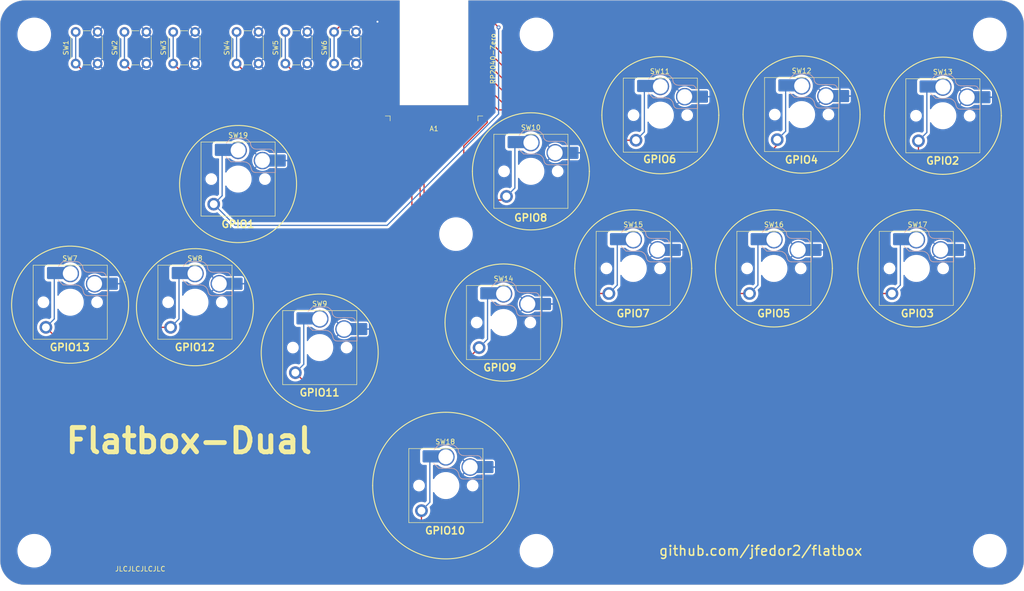
<source format=kicad_pcb>
(kicad_pcb (version 20221018) (generator pcbnew)
  (layers (0 "F.Cu" signal) (31 "B.Cu" signal) (34 "B.Paste" user) (35 "F.Paste" user) (36 "B.SilkS" user "B.Silkscreen") (37 "F.SilkS" user "F.Silkscreen") (38 "B.Mask" user) (39 "F.Mask" user) (44 "Edge.Cuts" user))
  (net 0 "")
  (net 1 "GND")
  (net 2 "LEFT")
  (net 3 "DOWN")
  (net 4 "RIGHT")
  (net 5 "UP")
  (net 6 "L1")
  (net 7 "R1")
  (net 8 "TRIANGLE")
  (net 9 "SQUARE")
  (net 10 "CIRCLE")
  (net 11 "CROSS")
  (net 12 "R2")
  (net 13 "L2")
  (net 14 "OPT1")
  (net 15 "OPT2")
  (net 16 "OPT3")
  (net 17 "OPT4")
  (net 18 "OPT5")
  (net 19 "OPT6")
  (net 23 "UP\\action")
  (footprint "PCM_Switch_Keyboard_Hotswap_Kailh:SW_Hotswap_Kailh_Choc_V1V2_Plated" (layer "F.Cu") (at 79.96535 91.98315)
    (fp_text reference "SW8")
    (fp_text value "SW_Push")
  )
  (footprint "PCM_Switch_Keyboard_Hotswap_Kailh:SW_Hotswap_Kailh_Choc_V1V2_Plated" (layer "F.Cu") (at 105.551488 101.29307)
    (fp_text reference "SW9")
    (fp_text value "SW_Push")
  )
  (footprint "PCM_Switch_Keyboard_Hotswap_Kailh:SW_Hotswap_Kailh_Choc_V1V2_Plated" (layer "F.Cu") (at 131.42 129.62)
    (fp_text reference "SW18")
    (fp_text value "SW_Push")
  )
  (footprint "PCM_Switch_Keyboard_Hotswap_Kailh:SW_Hotswap_Kailh_Choc_V1V2_Plated" (layer "F.Cu") (at 148.86 65.11)
    (fp_text reference "SW10")
    (fp_text value "SW_Push")
  )
  (footprint "PCM_Switch_Keyboard_Hotswap_Kailh:SW_Hotswap_Kailh_Choc_V1V2_Plated" (layer "F.Cu") (at 175.42 53.58)
    (fp_text reference "SW11")
    (fp_text value "SW_Push")
  )
  (footprint "PCM_Switch_Keyboard_Hotswap_Kailh:SW_Hotswap_Kailh_Choc_V1V2_Plated" (layer "F.Cu") (at 204.39 53.46)
    (fp_text reference "SW12")
    (fp_text value "SW_Push")
  )
  (footprint "PCM_Switch_Keyboard_Hotswap_Kailh:SW_Hotswap_Kailh_Choc_V1V2_Plated" (layer "F.Cu") (at 233.36 53.7)
    (fp_text reference "SW13")
    (fp_text value "SW_Push")
  )
  (footprint "PCM_Switch_Keyboard_Hotswap_Kailh:SW_Hotswap_Kailh_Choc_V1V2_Plated" (layer "F.Cu") (at 143.25 96.15)
    (fp_text reference "SW14")
    (fp_text value "SW_Push")
  )
  (footprint "PCM_Switch_Keyboard_Hotswap_Kailh:SW_Hotswap_Kailh_Choc_V1V2_Plated" (layer "F.Cu") (at 169.86 85.04)
    (fp_text reference "SW15")
    (fp_text value "SW_Push")
  )
  (footprint "PCM_Switch_Keyboard_Hotswap_Kailh:SW_Hotswap_Kailh_Choc_V1V2_Plated" (layer "F.Cu") (at 198.71 85.04)
    (fp_text reference "SW16")
    (fp_text value "SW_Push")
  )
  (footprint "PCM_Switch_Keyboard_Hotswap_Kailh:SW_Hotswap_Kailh_Choc_V1V2_Plated" (layer "F.Cu") (at 227.92 85.04)
    (fp_text reference "SW17")
    (fp_text value "SW_Push")
  )
  (footprint "MountingHole:MountingHole_6.4mm_M6" (layer "F.Cu") (at 47 37)
    (fp_text reference "H1" hide)
    (fp_text value "MountingHole")
  )
  (footprint "MountingHole:MountingHole_6.4mm_M6" (layer "F.Cu") (at 47 143)
    (fp_text reference "H4" hide)
    (fp_text value "MountingHole")
  )
  (footprint "MountingHole:MountingHole_6.4mm_M6" (layer "F.Cu") (at 243 143)
    (fp_text reference "H6" hide)
    (fp_text value "MountingHole")
  )
  (footprint "MountingHole:MountingHole_6.4mm_M6" (layer "F.Cu") (at 243 37)
    (fp_text reference "H3" hide)
    (fp_text value "MountingHole")
  )
  (footprint "PCM_Switch_Keyboard_Hotswap_Kailh:SW_Hotswap_Kailh_Choc_V1V2_Plated" (layer "F.Cu") (at 54.385121 91.98315)
    (fp_text reference "SW7")
    (fp_text value "SW_Push")
  )
  (footprint "MountingHole:MountingHole_6.4mm_M6" (layer "F.Cu") (at 150 37)
    (fp_text reference "H2" hide)
    (fp_text value "MountingHole")
  )
  (footprint "Button_Switch_THT:SW_PUSH_6mm_H5mm" (layer "F.Cu") (at 88.5 43 90)
    (fp_text reference "SW4")
    (fp_text value "SW_Push")
  )
  (footprint "Button_Switch_THT:SW_PUSH_6mm_H5mm" (layer "F.Cu") (at 65.5 43 90)
    (fp_text reference "SW2")
    (fp_text value "SW_Push")
  )
  (footprint "Button_Switch_THT:SW_PUSH_6mm_H5mm" (layer "F.Cu") (at 98.5 43 90)
    (fp_text reference "SW5")
    (fp_text value "SW_Push")
  )
  (footprint "Button_Switch_THT:SW_PUSH_6mm_H5mm" (layer "F.Cu") (at 55.5 43 90)
    (fp_text reference "SW1")
    (fp_text value "SW_Push")
  )
  (footprint "Button_Switch_THT:SW_PUSH_6mm_H5mm" (layer "F.Cu") (at 75.5 43 90)
    (fp_text reference "SW3")
    (fp_text value "SW_Push")
  )
  (footprint "Button_Switch_THT:SW_PUSH_6mm_H5mm" (layer "F.Cu") (at 108.5 43 90)
    (fp_text reference "SW6")
    (fp_text value "SW_Push")
  )
  (footprint "MountingHole:MountingHole_6.4mm_M6" (layer "F.Cu") (at 133.5 78)
    (fp_text reference "H7" hide)
    (fp_text value "MountingHole")
  )
  (footprint "MountingHole:MountingHole_6.4mm_M6" (layer "F.Cu") (at 150 143)
    (fp_text reference "H5" hide)
    (fp_text value "MountingHole")
  )
  (footprint "RP2040-Zero:RP2040-Zero" (layer "F.Cu") (at 129 42)
    (fp_text reference "A1")
    (fp_text value "RP2040-Zero")
  )
  (footprint "PCM_Switch_Keyboard_Hotswap_Kailh:SW_Hotswap_Kailh_Choc_V1V2_Plated" (layer "F.Cu") (at 88.811691 66.698889)
    (fp_text reference "SW19")
    (fp_text value "SW_Push")
  )
  (gr_line (start 216.382567 53.463258) (end 216.382567 53.463258) (stroke (width 0.2)) (layer "F.SilkS"))
  (gr_line (start 245.355098 53.699766) (end 245.355098 53.699766) (stroke (width 0.2)) (layer "F.SilkS"))
  (gr_curve (pts (xy 68.689181 88.90075) (xy 70.158811 84.862974) (xy 73.665117 81.913834) (xy 77.887306 81.164244)) (stroke (width 0.2)) (layer "F.SilkS"))
  (gr_curve (pts (xy 89.158672 85.266686) (xy 91.911229 88.554874) (xy 92.701546 93.067857) (xy 91.231914 97.105635)) (stroke (width 0.2)) (layer "F.SilkS"))
  (gr_curve (pts (xy 181.412661 63.9974) (xy 177.701476 66.145857) (xy 173.129108 66.145857) (xy 169.417923 63.9974)) (stroke (width 0.2)) (layer "F.SilkS"))
  (gr_curve (pts (xy 233.918028 74.621539) (xy 237.629213 76.769996) (xy 239.915397 80.740507) (xy 239.915397 85.037421)) (stroke (width 0.2)) (layer "F.SilkS"))
  (gr_line (start 187.41003 53.581518) (end 187.41003 53.581518) (stroke (width 0.2)) (layer "F.SilkS"))
  (gr_curve (pts (xy 233.918028 95.453303) (xy 230.206843 97.601759) (xy 225.634475 97.601759) (xy 221.92329 95.453303)) (stroke (width 0.2)) (layer "F.SilkS"))
  (gr_curve (pts (xy 123.913745 142.649412) (xy 119.271238 139.9618) (xy 116.411337 134.994889) (xy 116.411337 129.619665)) (stroke (width 0.2)) (layer "F.SilkS"))
  (gr_curve (pts (xy 204.70893 95.453303) (xy 200.997745 97.601759) (xy 196.425377 97.601759) (xy 192.714192 95.453303)) (stroke (width 0.2)) (layer "F.SilkS"))
  (gr_curve (pts (xy 192.714192 74.621539) (xy 196.425377 72.473082) (xy 200.997745 72.473082) (xy 204.70893 74.621539)) (stroke (width 0.2)) (layer "F.SilkS"))
  (gr_curve (pts (xy 239.915397 85.037421) (xy 239.915397 89.334334) (xy 237.629213 93.304846) (xy 233.918028 95.453303)) (stroke (width 0.2)) (layer "F.SilkS"))
  (gr_curve (pts (xy 142.865684 75.530868) (xy 139.154499 73.382411) (xy 136.868315 69.4119) (xy 136.868315 65.114986)) (stroke (width 0.2)) (layer "F.SilkS"))
  (gr_curve (pts (xy 210.706299 85.037421) (xy 210.706299 89.334334) (xy 208.420115 93.304846) (xy 204.70893 95.453303)) (stroke (width 0.2)) (layer "F.SilkS"))
  (gr_curve (pts (xy 210.385198 43.047376) (xy 214.096383 45.195832) (xy 216.382567 49.166344) (xy 216.382567 53.463258)) (stroke (width 0.2)) (layer "F.SilkS"))
  (gr_line (start 181.852021 85.037421) (end 181.852021 85.037421) (stroke (width 0.2)) (layer "F.SilkS"))
  (gr_curve (pts (xy 221.92329 95.453303) (xy 218.212105 93.304846) (xy 215.925921 89.334334) (xy 215.925921 85.037421)) (stroke (width 0.2)) (layer "F.SilkS"))
  (gr_curve (pts (xy 82.033789 104.842141) (xy 77.8116 105.591729) (xy 73.514981 104.027887) (xy 70.762423 100.739699)) (stroke (width 0.2)) (layer "F.SilkS"))
  (gr_curve (pts (xy 175.854652 95.453303) (xy 172.143467 97.601759) (xy 167.571099 97.601759) (xy 163.859914 95.453303)) (stroke (width 0.2)) (layer "F.SilkS"))
  (gr_line (start 239.915397 85.037421) (end 239.915397 85.037421) (stroke (width 0.2)) (layer "F.SilkS"))
  (gr_curve (pts (xy 186.716823 85.037421) (xy 186.716823 80.740507) (xy 189.003008 76.769996) (xy 192.714192 74.621539)) (stroke (width 0.2)) (layer "F.SilkS"))
  (gr_curve (pts (xy 138.918561 142.649412) (xy 134.276055 145.337024) (xy 128.556251 145.337024) (xy 123.913745 142.649412)) (stroke (width 0.2)) (layer "F.SilkS"))
  (gr_curve (pts (xy 169.417923 43.165636) (xy 173.129108 41.01718) (xy 177.701476 41.01718) (xy 181.412661 43.165636)) (stroke (width 0.2)) (layer "F.SilkS"))
  (gr_curve (pts (xy 63.55 84.75) (xy 66.302557 88.038189) (xy 67.092873 92.551171) (xy 65.623242 96.588949)) (stroke (width 0.2)) (layer "F.SilkS"))
  (gr_curve (pts (xy 245.355098 53.699766) (xy 245.355097 60.342218) (xy 239.98487 65.72699) (xy 233.36036 65.72699)) (stroke (width 0.2)) (layer "F.SilkS"))
  (gr_curve (pts (xy 160.857791 65.114986) (xy 160.857791 69.4119) (xy 158.571607 73.382411) (xy 154.860422 75.530868)) (stroke (width 0.2)) (layer "F.SilkS"))
  (gr_curve (pts (xy 52.278634 80.647558) (xy 56.500822 79.897969) (xy 60.797443 81.461811) (xy 63.55 84.75)) (stroke (width 0.2)) (layer "F.SilkS"))
  (gr_curve (pts (xy 131.255108 96.153426) (xy 131.255108 91.856513) (xy 133.541293 87.886001) (xy 137.252477 85.737546)) (stroke (width 0.2)) (layer "F.SilkS"))
  (gr_curve (pts (xy 192.393091 53.463258) (xy 192.393091 49.166344) (xy 194.679275 45.195832) (xy 198.39046 43.047376)) (stroke (width 0.2)) (layer "F.SilkS"))
  (gr_curve (pts (xy 107.626071 114.15697) (xy 103.403884 114.906559) (xy 99.107263 113.342717) (xy 96.354705 110.054529)) (stroke (width 0.2)) (layer "F.SilkS"))
  (gr_curve (pts (xy 94.281464 98.21558) (xy 95.751095 94.177801) (xy 99.257399 91.228663) (xy 103.479588 90.479074)) (stroke (width 0.2)) (layer "F.SilkS"))
  (gr_curve (pts (xy 137.252477 85.737546) (xy 140.963662 83.589088) (xy 145.53603 83.589088) (xy 149.247215 85.737546)) (stroke (width 0.2)) (layer "F.SilkS"))
  (gr_curve (pts (xy 154.860422 54.699104) (xy 158.571607 56.847561) (xy 160.857791 60.818073) (xy 160.857791 65.114986)) (stroke (width 0.2)) (layer "F.SilkS"))
  (gr_curve (pts (xy 98.005014 59.982425) (xy 100.757571 63.270615) (xy 101.547887 67.783597) (xy 100.078256 71.821374)) (stroke (width 0.2)) (layer "F.SilkS"))
  (gr_curve (pts (xy 221.92329 74.621539) (xy 225.634475 72.473082) (xy 230.206843 72.473082) (xy 233.918028 74.621539)) (stroke (width 0.2)) (layer "F.SilkS"))
  (gr_line (start 155.244584 96.153426) (end 155.244584 96.153426) (stroke (width 0.2)) (layer "F.SilkS"))
  (gr_curve (pts (xy 181.852021 85.037421) (xy 181.852021 89.334334) (xy 179.565837 93.304846) (xy 175.854652 95.453303)) (stroke (width 0.2)) (layer "F.SilkS"))
  (gr_curve (pts (xy 138.918561 116.589918) (xy 143.561067 119.277529) (xy 146.420969 124.244441) (xy 146.420969 129.619665)) (stroke (width 0.2)) (layer "F.SilkS"))
  (gr_curve (pts (xy 56.425117 104.325455) (xy 52.202929 105.075044) (xy 47.906309 103.511202) (xy 45.153751 100.223013)) (stroke (width 0.2)) (layer "F.SilkS"))
  (gr_curve (pts (xy 227.362991 43.283884) (xy 231.074176 41.135427) (xy 235.646544 41.135427) (xy 239.357729 43.283884)) (stroke (width 0.2)) (layer "F.SilkS"))
  (gr_curve (pts (xy 169.417923 63.9974) (xy 165.706739 61.848943) (xy 163.420555 57.878432) (xy 163.420555 53.581518)) (stroke (width 0.2)) (layer "F.SilkS"))
  (gr_curve (pts (xy 116.411337 129.619665) (xy 116.411337 124.244441) (xy 119.271238 119.277529) (xy 123.913745 116.589918)) (stroke (width 0.2)) (layer "F.SilkS"))
  (gr_line (start 160.857791 65.114986) (end 160.857791 65.114986) (stroke (width 0.2)) (layer "F.SilkS"))
  (gr_curve (pts (xy 149.247215 85.737546) (xy 152.9584 87.886001) (xy 155.244584 91.856513) (xy 155.244584 96.153426)) (stroke (width 0.2)) (layer "F.SilkS"))
  (gr_curve (pts (xy 215.925921 85.037421) (xy 215.925921 80.740507) (xy 218.212105 76.769996) (xy 221.92329 74.621539)) (stroke (width 0.2)) (layer "F.SilkS"))
  (gr_curve (pts (xy 163.859914 95.453303) (xy 160.148729 93.304846) (xy 157.862545 89.334334) (xy 157.862545 85.037421)) (stroke (width 0.2)) (layer "F.SilkS"))
  (gr_curve (pts (xy 181.412661 43.165636) (xy 185.123846 45.314093) (xy 187.41003 49.284605) (xy 187.41003 53.581518)) (stroke (width 0.2)) (layer "F.SilkS"))
  (gr_curve (pts (xy 163.859914 74.621539) (xy 167.571099 72.473082) (xy 172.143467 72.473082) (xy 175.854652 74.621539)) (stroke (width 0.2)) (layer "F.SilkS"))
  (gr_curve (pts (xy 239.357729 43.283884) (xy 243.068914 45.432341) (xy 245.355098 49.402853) (xy 245.355098 53.699766)) (stroke (width 0.2)) (layer "F.SilkS"))
  (gr_curve (pts (xy 65.623242 96.588949) (xy 64.153612 100.626724) (xy 60.647306 103.575866) (xy 56.425117 104.325455)) (stroke (width 0.2)) (layer "F.SilkS"))
  (gr_curve (pts (xy 163.420555 53.581518) (xy 163.420555 49.284605) (xy 165.706739 45.314093) (xy 169.417923 43.165636)) (stroke (width 0.2)) (layer "F.SilkS"))
  (gr_line (start 65.655028 87.79641) (end 65.655028 87.79641) (stroke (width 0.2)) (layer "F.SilkS"))
  (gr_curve (pts (xy 103.479588 90.479074) (xy 107.701777 89.729484) (xy 111.998397 91.293326) (xy 114.750954 94.581515)) (stroke (width 0.2)) (layer "F.SilkS"))
  (gr_curve (pts (xy 146.420969 129.619665) (xy 146.420969 134.994889) (xy 143.561067 139.9618) (xy 138.918561 142.649412)) (stroke (width 0.2)) (layer "F.SilkS"))
  (gr_curve (pts (xy 157.862545 85.037421) (xy 157.862545 80.740507) (xy 160.148729 76.769996) (xy 163.859914 74.621539)) (stroke (width 0.2)) (layer "F.SilkS"))
  (gr_curve (pts (xy 79.608765 75.455438) (xy 76.856207 72.167249) (xy 76.065891 67.654268) (xy 77.535523 63.616489)) (stroke (width 0.2)) (layer "F.SilkS"))
  (gr_curve (pts (xy 114.750954 94.581515) (xy 117.503512 97.869705) (xy 118.293828 102.382685) (xy 116.824196 106.420464)) (stroke (width 0.2)) (layer "F.SilkS"))
  (gr_curve (pts (xy 123.913745 116.589918) (xy 128.556251 113.902306) (xy 134.276055 113.902306) (xy 138.918561 116.589918)) (stroke (width 0.2)) (layer "F.SilkS"))
  (gr_curve (pts (xy 96.354705 110.054529) (xy 93.602148 106.766339) (xy 92.811834 102.253357) (xy 94.281464 98.21558)) (stroke (width 0.2)) (layer "F.SilkS"))
  (gr_curve (pts (xy 210.385198 63.879139) (xy 206.674013 66.027596) (xy 202.101645 66.027596) (xy 198.39046 63.879139)) (stroke (width 0.2)) (layer "F.SilkS"))
  (gr_curve (pts (xy 221.365622 53.699766) (xy 221.365622 49.402853) (xy 223.651806 45.432341) (xy 227.362991 43.283884)) (stroke (width 0.2)) (layer "F.SilkS"))
  (gr_curve (pts (xy 70.762423 100.739699) (xy 68.009866 97.45151) (xy 67.21955 92.938528) (xy 68.689181 88.90075)) (stroke (width 0.2)) (layer "F.SilkS"))
  (gr_curve (pts (xy 187.41003 53.581518) (xy 187.41003 57.878432) (xy 185.123846 61.848943) (xy 181.412661 63.9974)) (stroke (width 0.2)) (layer "F.SilkS"))
  (gr_curve (pts (xy 198.39046 63.879139) (xy 194.679275 61.730683) (xy 192.393091 57.760171) (xy 192.393091 53.463258)) (stroke (width 0.2)) (layer "F.SilkS"))
  (gr_curve (pts (xy 137.252477 106.569308) (xy 133.541293 104.420852) (xy 131.255108 100.45034) (xy 131.255108 96.153426)) (stroke (width 0.2)) (layer "F.SilkS"))
  (gr_curve (pts (xy 77.887306 81.164244) (xy 82.109494 80.414656) (xy 86.406114 81.978498) (xy 89.158672 85.266686)) (stroke (width 0.2)) (layer "F.SilkS"))
  (gr_curve (pts (xy 136.868315 65.114986) (xy 136.868315 60.818073) (xy 139.154499 56.847561) (xy 142.865684 54.699104)) (stroke (width 0.2)) (layer "F.SilkS"))
  (gr_curve (pts (xy 77.535523 63.616489) (xy 79.005153 59.578713) (xy 82.511459 56.629572) (xy 86.733648 55.879982)) (stroke (width 0.2)) (layer "F.SilkS"))
  (gr_curve (pts (xy 149.247215 106.569308) (xy 145.53603 108.717765) (xy 140.963662 108.717765) (xy 137.252477 106.569308)) (stroke (width 0.2)) (layer "F.SilkS"))
  (gr_curve (pts (xy 100.078256 71.821374) (xy 98.608625 75.859152) (xy 95.10232 78.808291) (xy 90.880131 79.55788)) (stroke (width 0.2)) (layer "F.SilkS"))
  (gr_curve (pts (xy 155.244584 96.153426) (xy 155.244584 100.45034) (xy 152.9584 104.420852) (xy 149.247215 106.569308)) (stroke (width 0.2)) (layer "F.SilkS"))
  (gr_curve (pts (xy 91.231914 97.105635) (xy 89.762283 101.143412) (xy 86.255978 104.092551) (xy 82.033789 104.842141)) (stroke (width 0.2)) (layer "F.SilkS"))
  (gr_curve (pts (xy 192.714192 95.453303) (xy 189.003008 93.304846) (xy 186.716823 89.334334) (xy 186.716823 85.037421)) (stroke (width 0.2)) (layer "F.SilkS"))
  (gr_curve (pts (xy 175.854652 74.621539) (xy 179.565837 76.769996) (xy 181.852021 80.740507) (xy 181.852021 85.037421)) (stroke (width 0.2)) (layer "F.SilkS"))
  (gr_curve (pts (xy 86.733648 55.879982) (xy 90.955835 55.130395) (xy 95.252456 56.694237) (xy 98.005014 59.982425)) (stroke (width 0.2)) (layer "F.SilkS"))
  (gr_curve (pts (xy 45.153751 100.223013) (xy 42.401193 96.934824) (xy 41.610878 92.421842) (xy 43.08051 88.384064)) (stroke (width 0.2)) (layer "F.SilkS"))
  (gr_curve (pts (xy 43.08051 88.384064) (xy 44.55014 84.346287) (xy 48.056445 81.397147) (xy 52.278634 80.647558)) (stroke (width 0.2)) (layer "F.SilkS"))
  (gr_line (start 146.420969 129.619665) (end 146.420969 129.619665) (stroke (width 0.2)) (layer "F.SilkS"))
  (gr_curve (pts (xy 116.824196 106.420464) (xy 115.354566 110.458241) (xy 111.84826 113.407381) (xy 107.626071 114.15697)) (stroke (width 0.2)) (layer "F.SilkS"))
  (gr_curve (pts (xy 233.36036 65.72699) (xy 226.73585 65.72699) (xy 221.365623 60.342218) (xy 221.365622 53.699766)) (stroke (width 0.2)) (layer "F.SilkS"))
  (gr_curve (pts (xy 154.860422 75.530868) (xy 151.149237 77.679325) (xy 146.576869 77.679325) (xy 142.865684 75.530868)) (stroke (width 0.2)) (layer "F.SilkS"))
  (gr_curve (pts (xy 90.880131 79.55788) (xy 86.657942 80.307469) (xy 82.361323 78.743628) (xy 79.608765 75.455438)) (stroke (width 0.2)) (layer "F.SilkS"))
  (gr_curve (pts (xy 204.70893 74.621539) (xy 208.420115 76.769996) (xy 210.706299 80.740507) (xy 210.706299 85.037421)) (stroke (width 0.2)) (layer "F.SilkS"))
  (gr_curve (pts (xy 198.39046 43.047376) (xy 202.101645 40.898919) (xy 206.674013 40.898919) (xy 210.385198 43.047376)) (stroke (width 0.2)) (layer "F.SilkS"))
  (gr_curve (pts (xy 216.382567 53.463258) (xy 216.382567 57.760171) (xy 214.096383 61.730683) (xy 210.385198 63.879139)) (stroke (width 0.2)) (layer "F.SilkS"))
  (gr_curve (pts (xy 142.865684 54.699104) (xy 146.576869 52.550648) (xy 151.149237 52.550648) (xy 154.860422 54.699104)) (stroke (width 0.2)) (layer "F.SilkS"))
  (gr_line (start 210.706299 85.037421) (end 210.706299 85.037421) (stroke (width 0.2)) (layer "F.SilkS"))
  (gr_line (start 250 35) (end 250 145) (stroke (width 0.05)) (layer "Edge.Cuts"))
  (gr_line (start 245 150) (end 45 150) (stroke (width 0.05)) (layer "Edge.Cuts"))
  (gr_line (start 40 145) (end 40 35) (stroke (width 0.05)) (layer "Edge.Cuts"))
  (gr_line (start 45 30) (end 122 30) (stroke (width 0.05)) (layer "Edge.Cuts"))
  (gr_line (start 136 30) (end 245 30) (stroke (width 0.05)) (layer "Edge.Cuts"))
  (gr_line (start 122 30) (end 122 51.5) (stroke (width 0.05)) (layer "Edge.Cuts"))
  (gr_arc (start 40 35) (mid 41.464466 31.464466) (end 45 30) (stroke (width 0.05)) (layer "Edge.Cuts"))
  (gr_line (start 136 51.5) (end 136 30) (stroke (width 0.05)) (layer "Edge.Cuts"))
  (gr_arc (start 45 150) (mid 41.464466 148.535534) (end 40 145) (stroke (width 0.05)) (layer "Edge.Cuts"))
  (gr_arc (start 250 145) (mid 248.535534 148.535534) (end 245 150) (stroke (width 0.05)) (layer "Edge.Cuts"))
  (gr_arc (start 245 30) (mid 248.535534 31.464466) (end 250 35) (stroke (width 0.05)) (layer "Edge.Cuts"))
  (gr_line (start 122 51.5) (end 136 51.5) (stroke (width 0.05)) (layer "Edge.Cuts"))
  (gr_text "JLCJLCJLCJLC" (at 63.5 147.32) (layer "F.SilkS") (effects (font (size 1 1)) (justify left bottom)))
  (gr_text "RP2040-Zero" (at 141.1 42 90) (layer "F.SilkS") (effects (font (size 1 1))))
  (gr_text "GPIO1\n" (at 85.229548 76.823889) (layer "F.SilkS") (effects (font (size 1.5 1.5) (thickness 0.3) bold) (justify left bottom)))
  (gr_text "\n\n\n\n" (at 82 143) (layer "F.SilkS") (effects (font (size 2 2) (thickness 0.3))))
  (gr_text "GPIO6" (at 171.727007 63.51327) (layer "F.SilkS") (effects (font (size 1.5 1.5) (thickness 0.3) bold) (justify left bottom)))
  (gr_text "GPIO4" (at 200.807857 63.617742) (layer "F.SilkS") (effects (font (size 1.5 1.5) (thickness 0.3) bold) (justify left bottom)))
  (gr_text "GPIO3" (at 224.581552 95.165) (layer "F.SilkS") (effects (font (size 1.5 1.5) (thickness 0.3) bold) (justify left bottom)))
  (gr_text "GPIO13" (at 50.016965 102.10815) (layer "F.SilkS") (effects (font (size 1.5 1.5) (thickness 0.3) bold) (justify left bottom)))
  (gr_text "github.com/jfedor2/flatbox" (at 196 143) (layer "F.SilkS") (effects (font (size 2 2) (thickness 0.3))))
  (gr_text "GPIO10\n" (at 127 139.745) (layer "F.SilkS") (effects (font (size 1.5 1.5) (thickness 0.3) bold) (justify left bottom)))
  (gr_text "GPIO7\n" (at 166.277857 95.165) (layer "F.SilkS") (effects (font (size 1.5 1.5) (thickness 0.3) bold) (justify left bottom)))
  (gr_text "GPIO2\n" (at 229.777857 63.825) (layer "F.SilkS") (effects (font (size 1.5 1.5) (thickness 0.3) bold) (justify left bottom)))
  (gr_text "GPIO5" (at 195.127857 95.165) (layer "F.SilkS") (effects (font (size 1.5 1.5) (thickness 0.3) bold) (justify left bottom)))
  (gr_text "GPIO9\n" (at 138.953572 106.275) (layer "F.SilkS") (effects (font (size 1.5 1.5) (thickness 0.3) bold) (justify left bottom)))
  (gr_text "Flatbox-Dual\n\n" (at 78.74 124.46) (layer "F.SilkS") (effects (font (size 5 5) (thickness 1))))
  (gr_text "GPIO8" (at 145.277857 75.527566) (layer "F.SilkS") (effects (font (size 1.5 1.5) (thickness 0.3) bold) (justify left bottom)))
  (gr_text "GPIO11" (at 101.25506 111.41807) (layer "F.SilkS") (effects (font (size 1.5 1.5) (thickness 0.3) bold) (justify left bottom)))
  (gr_text "GPIO12\n" (at 75.668922 102.10815) (layer "F.SilkS") (effects (font (size 1.5 1.5) (thickness 0.3) bold) (justify left bottom)))
  (segment (start 117.42 34.38) (end 117.4 34.4) (width 0.381) (layer "F.Cu") (net 1))
  (segment (start 119.84 34.38) (end 117.42 34.38) (width 0.381) (layer "F.Cu") (net 1))
  (via (at 117.4 34.4) (size 0.8) (drill 0.4) (layers "F.Cu" "B.Cu") (net 1))
  (segment (start 113.2 56.1) (end 108.7 51.6) (width 0.254) (layer "F.Cu") (net 2))
  (segment (start 63.5 101.6) (end 53.851971 101.6) (width 0.254) (layer "F.Cu") (net 2))
  (segment (start 77.15 51.6) (end 66.04 62.71) (width 0.254) (layer "F.Cu") (net 2))
  (segment (start 122.4 56.1) (end 113.2 56.1) (width 0.254) (layer "F.Cu") (net 2))
  (segment (start 53.851971 101.6) (end 49.385121 97.13315) (width 0.254) (layer "F.Cu") (net 2))
  (segment (start 66.04 62.71) (end 66.04 99.06) (width 0.254) (layer "F.Cu") (net 2))
  (segment (start 108.7 51.6) (end 77.15 51.6) (width 0.254) (layer "F.Cu") (net 2))
  (segment (start 66.04 99.06) (end 63.5 101.6) (width 0.254) (layer "F.Cu") (net 2))
  (segment (start 123.92 53.7) (end 123.92 54.58) (width 0.254) (layer "F.Cu") (net 2))
  (segment (start 123.92 54.58) (end 122.4 56.1) (width 0.254) (layer "F.Cu") (net 2))
  (segment (start 51.110121 86.03315) (end 51.110121 95.40815) (width 0.254) (layer "B.Cu") (net 2))
  (segment (start 51.110121 95.40815) (end 49.385121 97.13315) (width 0.254) (layer "B.Cu") (net 2))
  (segment (start 78.74 53.34) (end 68.58 63.5) (width 0.254) (layer "F.Cu") (net 3))
  (segment (start 123.3 57.7) (end 112.95 57.7) (width 0.254) (layer "F.Cu") (net 3))
  (segment (start 68.58 63.5) (end 68.58 93.98) (width 0.254) (layer "F.Cu") (net 3))
  (segment (start 68.58 93.98) (end 71.73315 97.13315) (width 0.254) (layer "F.Cu") (net 3))
  (segment (start 126.46 54.54) (end 123.3 57.7) (width 0.254) (layer "F.Cu") (net 3))
  (segment (start 71.73315 97.13315) (end 74.96535 97.13315) (width 0.254) (layer "F.Cu") (net 3))
  (segment (start 108.59 53.34) (end 78.74 53.34) (width 0.254) (layer "F.Cu") (net 3))
  (segment (start 112.95 57.7) (end 108.59 53.34) (width 0.254) (layer "F.Cu") (net 3))
  (segment (start 126.46 53.7) (end 126.46 54.54) (width 0.254) (layer "F.Cu") (net 3))
  (segment (start 76.69035 86.03315) (end 76.69035 95.40815) (width 0.254) (layer "B.Cu") (net 3))
  (segment (start 76.69035 95.40815) (end 74.96535 97.13315) (width 0.254) (layer "B.Cu") (net 3))
  (segment (start 129 54.5) (end 124.46 59.04) (width 0.254) (layer "F.Cu") (net 4))
  (segment (start 124.46 59.04) (end 124.46 101.6) (width 0.254) (layer "F.Cu") (net 4))
  (segment (start 105.868418 111.76) (end 100.551488 106.44307) (width 0.254) (layer "F.Cu") (net 4))
  (segment (start 124.46 101.6) (end 114.3 111.76) (width 0.254) (layer "F.Cu") (net 4))
  (segment (start 129 53.7) (end 129 54.5) (width 0.254) (layer "F.Cu") (net 4))
  (segment (start 114.3 111.76) (end 105.868418 111.76) (width 0.254) (layer "F.Cu") (net 4))
  (segment (start 102.276488 104.71807) (end 100.551488 106.44307) (width 0.254) (layer "B.Cu") (net 4))
  (segment (start 102.276488 95.34307) (end 102.276488 104.71807) (width 0.254) (layer "B.Cu") (net 4))
  (segment (start 126.14599 59.75401) (end 126.14599 102.80401) (width 0.254) (layer "F.Cu") (net 5))
  (segment (start 116.84 112.11) (end 116.84 139.7) (width 0.254) (layer "F.Cu") (net 5))
  (segment (start 124.7 142.24) (end 126.42 140.52) (width 0.254) (layer "F.Cu") (net 5))
  (segment (start 119.38 142.24) (end 124.46 142.24) (width 0.254) (layer "F.Cu") (net 5))
  (segment (start 131.54 53.7) (end 131.54 54.36) (width 0.254) (layer "F.Cu") (net 5))
  (segment (start 126.14599 102.80401) (end 116.84 112.11) (width 0.254) (layer "F.Cu") (net 5))
  (segment (start 126.42 140.52) (end 126.42 134.77) (width 0.254) (layer "F.Cu") (net 5))
  (segment (start 116.84 139.7) (end 119.38 142.24) (width 0.254) (layer "F.Cu") (net 5))
  (segment (start 131.54 54.36) (end 126.14599 59.75401) (width 0.254) (layer "F.Cu") (net 5))
  (segment (start 128.145 123.67) (end 128.145 133.045) (width 0.254) (layer "B.Cu") (net 5))
  (segment (start 128.145 133.045) (end 126.42 134.77) (width 0.254) (layer "B.Cu") (net 5))
  (segment (start 228.36 61.63) (end 228.36 58.85) (width 0.254) (layer "F.Cu") (net 6))
  (segment (start 226.49 63.5) (end 228.36 61.63) (width 0.254) (layer "F.Cu") (net 6))
  (segment (start 219.8 47.75) (end 219.8 61.55) (width 0.254) (layer "F.Cu") (net 6))
  (segment (start 138.92 36.92) (end 148.6 46.6) (width 0.254) (layer "F.Cu") (net 6))
  (segment (start 153.375 46.6) (end 161.575 38.4) (width 0.254) (layer "F.Cu") (net 6))
  (segment (start 161.575 38.4) (end 210.45 38.4) (width 0.254) (layer "F.Cu") (net 6))
  (segment (start 210.45 38.4) (end 219.8 47.75) (width 0.254) (layer "F.Cu") (net 6))
  (segment (start 221.75 63.5) (end 226.49 63.5) (width 0.254) (layer "F.Cu") (net 6))
  (segment (start 148.6 46.6) (end 153.375 46.6) (width 0.254) (layer "F.Cu") (net 6))
  (segment (start 219.8 61.55) (end 221.75 63.5) (width 0.254) (layer "F.Cu") (net 6))
  (segment (start 138.16 36.92) (end 138.92 36.92) (width 0.254) (layer "F.Cu") (net 6))
  (segment (start 230.085 47.75) (end 230.085 57.125) (width 0.254) (layer "B.Cu") (net 6))
  (segment (start 230.085 57.125) (end 228.36 58.85) (width 0.254) (layer "B.Cu") (net 6))
  (segment (start 191.55 63.5) (end 195.58 63.5) (width 0.254) (layer "F.Cu") (net 7))
  (segment (start 162.4 40) (end 184.25 40) (width 0.254) (layer "F.Cu") (net 7))
  (segment (start 184.25 40) (end 190.9 46.65) (width 0.254) (layer "F.Cu") (net 7))
  (segment (start 195.58 63.5) (end 199.39 59.69) (width 0.254) (layer "F.Cu") (net 7))
  (segment (start 199.39 59.69) (end 199.39 58.61) (width 0.254) (layer "F.Cu") (net 7))
  (segment (start 190.9 62.85) (end 191.55 63.5) (width 0.254) (layer "F.Cu") (net 7))
  (segment (start 154.2 48.2) (end 162.4 40) (width 0.254) (layer "F.Cu") (net 7))
  (segment (start 139 42) (end 145.2 48.2) (width 0.254) (layer "F.Cu") (net 7))
  (segment (start 145.2 48.2) (end 154.2 48.2) (width 0.254) (layer "F.Cu") (net 7))
  (segment (start 190.9 46.65) (end 190.9 62.85) (width 0.254) (layer "F.Cu") (net 7))
  (segment (start 201.115 56.885) (end 199.39 58.61) (width 0.254) (layer "B.Cu") (net 7))
  (segment (start 201.115 47.51) (end 201.115 56.885) (width 0.254) (layer "B.Cu") (net 7))
  (segment (start 138.16 47.08) (end 139.08 47.08) (width 0.254) (layer "F.Cu") (net 8))
  (segment (start 164.13 58.73) (end 170.42 58.73) (width 0.254) (layer "F.Cu") (net 8))
  (segment (start 143.6 51.6) (end 157 51.6) (width 0.254) (layer "F.Cu") (net 8))
  (segment (start 139.08 47.08) (end 143.6 51.6) (width 0.254) (layer "F.Cu") (net 8))
  (segment (start 157 51.6) (end 164.13 58.73) (width 0.254) (layer "F.Cu") (net 8))
  (segment (start 172.145 57.005) (end 170.42 58.73) (width 0.254) (layer "B.Cu") (net 8))
  (segment (start 172.145 47.63) (end 172.145 57.005) (width 0.254) (layer "B.Cu") (net 8))
  (segment (start 138.96 52.16) (end 139.9 53.1) (width 0.254) (layer "F.Cu") (net 9))
  (segment (start 136.51 71.01) (end 143.11 71.01) (width 0.254) (layer "F.Cu") (net 9))
  (segment (start 138.16 52.16) (end 138.96 52.16) (width 0.254) (layer "F.Cu") (net 9))
  (segment (start 135.1 59.9) (end 135.1 69.6) (width 0.254) (layer "F.Cu") (net 9))
  (segment (start 139.9 55.1) (end 135.1 59.9) (width 0.254) (layer "F.Cu") (net 9))
  (segment (start 135.1 69.6) (end 136.51 71.01) (width 0.254) (layer "F.Cu") (net 9))
  (segment (start 139.9 53.1) (end 139.9 55.1) (width 0.254) (layer "F.Cu") (net 9))
  (segment (start 143.11 71.01) (end 143.86 70.26) (width 0.254) (layer "F.Cu") (net 9))
  (segment (start 145.585 68.535) (end 143.86 70.26) (width 0.254) (layer "B.Cu") (net 9))
  (segment (start 145.585 59.16) (end 145.585 68.535) (width 0.254) (layer "B.Cu") (net 9))
  (segment (start 156.65 78.05) (end 156.65 88.07) (width 0.254) (layer "F.Cu") (net 10))
  (segment (start 158.77 90.19) (end 164.86 90.19) (width 0.254) (layer "F.Cu") (net 10))
  (segment (start 156.525 52.5) (end 161.75 57.725) (width 0.254) (layer "F.Cu") (net 10))
  (segment (start 138.16 49.62) (end 139.22 49.62) (width 0.254) (layer "F.Cu") (net 10))
  (segment (start 156.65 88.07) (end 158.77 90.19) (width 0.254) (layer "F.Cu") (net 10))
  (segment (start 139.22 49.62) (end 142.1 52.5) (width 0.254) (layer "F.Cu") (net 10))
  (segment (start 161.75 72.95) (end 156.65 78.05) (width 0.254) (layer "F.Cu") (net 10))
  (segment (start 142.1 52.5) (end 156.525 52.5) (width 0.254) (layer "F.Cu") (net 10))
  (segment (start 161.75 57.725) (end 161.75 72.95) (width 0.254) (layer "F.Cu") (net 10))
  (segment (start 166.585 79.09) (end 166.585 88.465) (width 0.254) (layer "B.Cu") (net 10))
  (segment (start 166.585 88.465) (end 164.86 90.19) (width 0.254) (layer "B.Cu") (net 10))
  (segment (start 128.29 104.14) (end 135.41 104.14) (width 0.254) (layer "F.Cu") (net 11))
  (segment (start 135.41 104.14) (end 138.25 101.3) (width 0.254) (layer "F.Cu") (net 11))
  (segment (start 126.95 102.8) (end 128.29 104.14) (width 0.254) (layer "F.Cu") (net 11))
  (segment (start 134.08 53.7) (end 134.08 54.42) (width 0.254) (layer "F.Cu") (net 11))
  (segment (start 126.95 61.55) (end 126.95 102.8) (width 0.254) (layer "F.Cu") (net 11))
  (segment (start 134.08 54.42) (end 126.95 61.55) (width 0.254) (layer "F.Cu") (net 11))
  (segment (start 139.975 90.2) (end 139.975 99.575) (width 0.254) (layer "B.Cu") (net 11))
  (segment (start 139.975 99.575) (end 138.25 101.3) (width 0.254) (layer "B.Cu") (net 11))
  (segment (start 185.42 78.63) (end 185.42 88.9) (width 0.254) (layer "F.Cu") (net 12))
  (segment (start 188.7 75.35) (end 185.42 78.63) (width 0.254) (layer "F.Cu") (net 12))
  (segment (start 186.71 90.19) (end 193.71 90.19) (width 0.254) (layer "F.Cu") (net 12))
  (segment (start 154.6 49) (end 162.8 40.8) (width 0.254) (layer "F.Cu") (net 12))
  (segment (start 182.35 40.8) (end 188.7 47.15) (width 0.254) (layer "F.Cu") (net 12))
  (segment (start 139.04 44.54) (end 143.5 49) (width 0.254) (layer "F.Cu") (net 12))
  (segment (start 188.7 47.15) (end 188.7 75.35) (width 0.254) (layer "F.Cu") (net 12))
  (segment (start 162.8 40.8) (end 182.35 40.8) (width 0.254) (layer "F.Cu") (net 12))
  (segment (start 143.5 49) (end 154.6 49) (width 0.254) (layer "F.Cu") (net 12))
  (segment (start 185.42 88.9) (end 186.71 90.19) (width 0.254) (layer "F.Cu") (net 12))
  (segment (start 138.16 44.54) (end 139.04 44.54) (width 0.254) (layer "F.Cu") (net 12))
  (segment (start 195.435 88.465) (end 193.71 90.19) (width 0.254) (layer "B.Cu") (net 12))
  (segment (start 195.435 79.09) (end 195.435 88.465) (width 0.254) (layer "B.Cu") (net 12))
  (segment (start 138.16 39.46) (end 139.06 39.46) (width 0.254) (layer "F.Cu") (net 13))
  (segment (start 208.6 39.2) (end 218 48.6) (width 0.254) (layer "F.Cu") (net 13))
  (segment (start 139.06 39.46) (end 147 47.4) (width 0.254) (layer "F.Cu") (net 13))
  (segment (start 218 48.6) (end 218 75.25) (width 0.254) (layer "F.Cu") (net 13))
  (segment (start 153.8 47.4) (end 162 39.2) (width 0.254) (layer "F.Cu") (net 13))
  (segment (start 218 75.25) (end 214 79.25) (width 0.254) (layer "F.Cu") (net 13))
  (segment (start 217.19 90.19) (end 222.92 90.19) (width 0.254) (layer "F.Cu") (net 13))
  (segment (start 214 79.25) (end 214 87) (width 0.254) (layer "F.Cu") (net 13))
  (segment (start 147 47.4) (end 153.8 47.4) (width 0.254) (layer "F.Cu") (net 13))
  (segment (start 162 39.2) (end 208.6 39.2) (width 0.254) (layer "F.Cu") (net 13))
  (segment (start 214 87) (end 217.19 90.19) (width 0.254) (layer "F.Cu") (net 13))
  (segment (start 224.645 79.09) (end 224.645 88.465) (width 0.254) (layer "B.Cu") (net 13))
  (segment (start 224.645 88.465) (end 222.92 90.19) (width 0.254) (layer "B.Cu") (net 13))
  (segment (start 119.84 52.16) (end 119.06 52.16) (width 0.254) (layer "F.Cu") (net 14))
  (segment (start 115.7 48.8) (end 61.3 48.8) (width 0.254) (layer "F.Cu") (net 14))
  (segment (start 61.3 48.8) (end 55.5 43) (width 0.254) (layer "F.Cu") (net 14))
  (segment (start 119.06 52.16) (end 115.7 48.8) (width 0.254) (layer "F.Cu") (net 14))
  (segment (start 55.5 36.5) (end 55.5 43) (width 0.254) (layer "B.Cu") (net 14))
  (segment (start 70.5 48) (end 65.5 43) (width 0.254) (layer "F.Cu") (net 15))
  (segment (start 118.72 49.62) (end 117.1 48) (width 0.254) (layer "F.Cu") (net 15))
  (segment (start 119.84 49.62) (end 118.72 49.62) (width 0.254) (layer "F.Cu") (net 15))
  (segment (start 117.1 48) (end 70.5 48) (width 0.254) (layer "F.Cu") (net 15))
  (segment (start 65.5 36.5) (end 65.5 43) (width 0.254) (layer "B.Cu") (net 15))
  (segment (start 119.84 47.08) (end 119.72 47.2) (width 0.254) (layer "F.Cu") (net 16))
  (segment (start 79.7 47.2) (end 75.5 43) (width 0.254) (layer "F.Cu") (net 16))
  (segment (start 119.72 47.2) (end 79.7 47.2) (width 0.254) (layer "F.Cu") (net 16))
  (segment (start 75.5 36.5) (end 75.5 43) (width 0.254) (layer "B.Cu") (net 16))
  (segment (start 91.9 46.4) (end 88.5 43) (width 0.254) (layer "F.Cu") (net 17))
  (segment (start 117.05 46.4) (end 91.9 46.4) (width 0.254) (layer "F.Cu") (net 17))
  (segment (start 118.91 44.54) (end 117.05 46.4) (width 0.254) (layer "F.Cu") (net 17))
  (segment (start 119.84 44.54) (end 118.91 44.54) (width 0.254) (layer "F.Cu") (net 17))
  (segment (start 88.5 36.5) (end 88.5 43) (width 0.254) (layer "B.Cu") (net 17))
  (segment (start 119.84 42) (end 119.1 42) (width 0.254) (layer "F.Cu") (net 18))
  (segment (start 101.1 45.6) (end 98.5 43) (width 0.254) (layer "F.Cu") (net 18))
  (segment (start 119.1 42) (end 115.5 45.6) (width 0.254) (layer "F.Cu") (net 18))
  (segment (start 115.5 45.6) (end 101.1 45.6) (width 0.254) (layer "F.Cu") (net 18))
  (segment (start 98.5 36.5) (end 98.5 43) (width 0.254) (layer "B.Cu") (net 18))
  (segment (start 119.16 39.46) (end 119.84 39.46) (width 0.254) (layer "F.Cu") (net 19))
  (segment (start 110.7 34.3) (end 114 34.3) (width 0.254) (layer "F.Cu") (net 19))
  (segment (start 114 34.3) (end 119.16 39.46) (width 0.254) (layer "F.Cu") (net 19))
  (segment (start 108.5 36.5) (end 110.7 34.3) (width 0.254) (layer "F.Cu") (net 19))
  (segment (start 108.5 36.5) (end 108.5 43) (width 0.254) (layer "B.Cu") (net 19))
  (segment (start 141.06 34.38) (end 138.16 34.38) (width 0.254) (layer "F.Cu") (net 23))
  (segment (start 142.24 35.56) (end 141.06 34.38) (width 0.254) (layer "F.Cu") (net 23))
  (via (at 142.24 35.56) (size 0.8) (drill 0.4) (layers "F.Cu" "B.Cu") (net 23))
  (segment (start 85.536691 60.748889) (end 85.536691 70.123889) (width 0.254) (layer "B.Cu") (net 23))
  (segment (start 119.38 76.2) (end 88.162802 76.2) (width 0.254) (layer "B.Cu") (net 23))
  (segment (start 142.24 53.34) (end 119.38 76.2) (width 0.254) (layer "B.Cu") (net 23))
  (segment (start 142.24 35.56) (end 142.24 53.34) (width 0.254) (layer "B.Cu") (net 23))
  (segment (start 88.162802 76.2) (end 83.811691 71.848889) (width 0.254) (layer "B.Cu") (net 23))
  (segment (start 85.536691 70.123889) (end 83.811691 71.848889) (width 0.254) (layer "B.Cu") (net 23))
  (zone (net 1) (net_name "GND") (layer "B.Cu") (connect_pads (clearance 0.508)) (min_thickness 0.254) (fill yes (thermal_gap 0.3) (thermal_bridge_width 0.3))
    (polygon (pts (xy 250 150) (xy 40 150) (xy 40 30) (xy 250 30)))
  )
)
</source>
